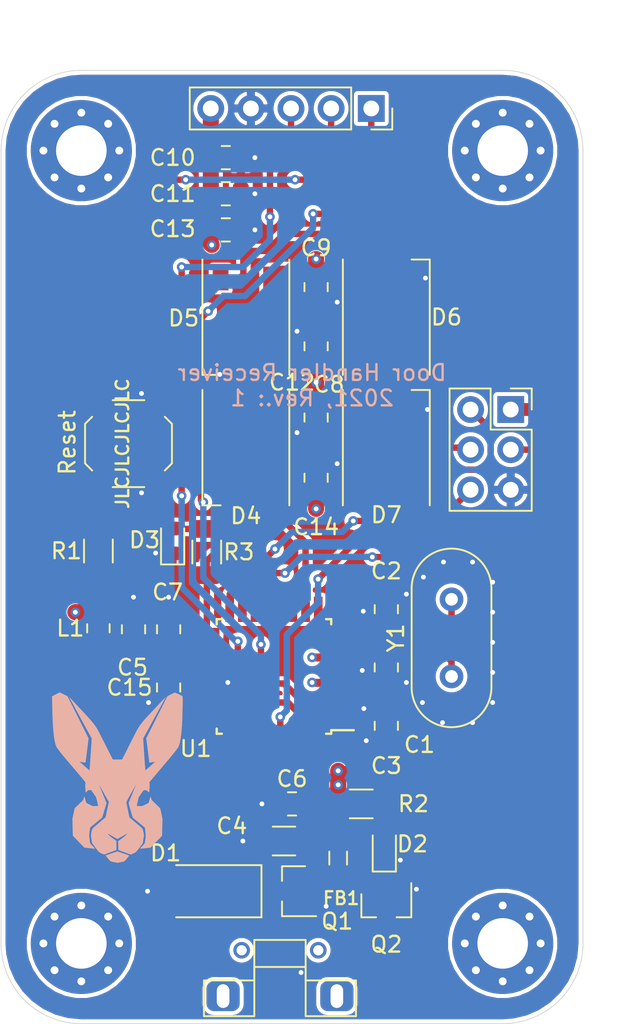
<source format=kicad_pcb>
(kicad_pcb (version 20211014) (generator pcbnew)
  (layers (0 "F.Cu" signal) (1 "In1.Cu" power) (2 "In2.Cu" power) (31 "B.Cu" signal) (34 "B.Paste" user) (35 "F.Paste" user) (36 "B.SilkS" user "B.Silkscreen") (37 "F.SilkS" user "F.Silkscreen") (38 "B.Mask" user) (39 "F.Mask" user) (44 "Edge.Cuts" user))
  (net 0 "")
  (net 1 "GND")
  (net 2 "XTAL1")
  (net 3 "XTAL2")
  (net 4 "+5V")
  (net 5 "+5VA")
  (net 6 "AREF")
  (net 7 "Net-(D1-Pad1)")
  (net 8 "Net-(D2-Pad2)")
  (net 9 "Net-(D3-Pad2)")
  (net 10 "Net-(D4-Pad2)")
  (net 11 "D6")
  (net 12 "Net-(D5-Pad2)")
  (net 13 "Net-(D6-Pad2)")
  (net 14 "Net-(D7-Pad2)")
  (net 15 "Net-(FB1-Pad2)")
  (net 16 "!RESET")
  (net 17 "D13")
  (net 18 "D11")
  (net 19 "D12")
  (net 20 "VCC")
  (net 21 "D1")
  (net 22 "D0")
  (net 23 "D2")
  (net 24 "Net-(U1-Pad28)")
  (net 25 "Net-(U1-Pad27)")
  (net 26 "Net-(U1-Pad26)")
  (net 27 "Net-(U1-Pad25)")
  (net 28 "Net-(U1-Pad24)")
  (net 29 "Net-(U1-Pad23)")
  (net 30 "Net-(U1-Pad22)")
  (net 31 "Net-(U1-Pad19)")
  (net 32 "Net-(U1-Pad14)")
  (net 33 "Net-(U1-Pad13)")
  (net 34 "Net-(U1-Pad12)")
  (net 35 "Net-(U1-Pad11)")
  (net 36 "Net-(U1-Pad9)")
  (net 37 "Net-(U1-Pad2)")
  (net 38 "Net-(U1-Pad1)")
  (net 39 "Net-(J1-Pad2)")
  (net 40 "Net-(J1-Pad3)")
  (net 41 "Net-(J1-Pad4)")
  (footprint "Capacitor_SMD:C_0805_2012Metric" (layer "F.Cu") (at 152.654 97.4725 -90)
    (fp_text reference "C1")
    (fp_text value "20pF")
  )
  (footprint "Capacitor_SMD:C_0805_2012Metric" (layer "F.Cu") (at 152.654 93.7895 90)
    (fp_text reference "C2")
    (fp_text value "20pF")
  )
  (footprint "Capacitor_SMD:C_0805_2012Metric" (layer "F.Cu") (at 152.654 101.1682 -90)
    (fp_text reference "C3")
    (fp_text value "0.1uF")
  )
  (footprint "Capacitor_SMD:C_1206_3216Metric" (layer "F.Cu") (at 146.177 108.458 180)
    (fp_text reference "C4")
    (fp_text value "10uF")
  )
  (footprint "Capacitor_SMD:C_0805_2012Metric" (layer "F.Cu") (at 136.652 95.0595 90)
    (fp_text reference "C5")
    (fp_text value "1uF")
  )
  (footprint "Capacitor_SMD:C_0805_2012Metric" (layer "F.Cu") (at 146.685 106.1085 180)
    (fp_text reference "C6")
    (fp_text value "0.1uF")
  )
  (footprint "Capacitor_SMD:C_0805_2012Metric" (layer "F.Cu") (at 138.8745 95.0595 90)
    (fp_text reference "C7")
    (fp_text value "0.1uF")
  )
  (footprint "Capacitor_SMD:C_0805_2012Metric" (layer "F.Cu") (at 148.209 81.661 -90)
    (fp_text reference "C8")
    (fp_text value "0.1uF")
  )
  (footprint "Capacitor_SMD:C_0805_2012Metric" (layer "F.Cu") (at 142.494 65.2145)
    (fp_text reference "C10")
    (fp_text value "22uF")
  )
  (footprint "Capacitor_SMD:C_0805_2012Metric" (layer "F.Cu") (at 142.494 67.5005)
    (fp_text reference "C11")
    (fp_text value "22uF")
  )
  (footprint "Capacitor_SMD:C_0805_2012Metric" (layer "F.Cu") (at 142.494 69.7865)
    (fp_text reference "C13")
    (fp_text value "22uF")
  )
  (footprint "Capacitor_SMD:C_0805_2012Metric" (layer "F.Cu") (at 148.209 85.471 90)
    (fp_text reference "C14")
    (fp_text value "0.1uF")
  )
  (footprint "Capacitor_SMD:C_0805_2012Metric" (layer "F.Cu") (at 138.8745 98.7425 -90)
    (fp_text reference "C15")
    (fp_text value "0.1uF")
  )
  (footprint "Diode_SMD:D_SMA" (layer "F.Cu") (at 141.351 111.633 180)
    (fp_text reference "D1")
    (fp_text value "TVS 5V 824501500")
  )
  (footprint "LED_SMD:LED_0603_1608Metric" (layer "F.Cu") (at 152.527 108.9025 90)
    (fp_text reference "D2")
    (fp_text value "Power LED")
  )
  (footprint "LED_SMD:LED_0603_1608Metric" (layer "F.Cu") (at 139.1285 89.4715 90)
    (fp_text reference "D3")
    (fp_text value "Status LED")
  )
  (footprint "LED_SMD:LED_WS2812B_PLCC4_5.0x5.0mm_P3.2mm" (layer "F.Cu") (at 143.764 83.566 -90)
    (fp_text reference "D4")
    (fp_text value "WS2812C")
  )
  (footprint "LED_SMD:LED_WS2812B_PLCC4_5.0x5.0mm_P3.2mm" (layer "F.Cu") (at 152.654 83.566 90)
    (fp_text reference "D7")
    (fp_text value "WS2812C")
  )
  (footprint "Inductor_SMD:L_0805_2012Metric_Pad1.05x1.20mm_HandSolder" (layer "F.Cu") (at 149.606 109.5375 -90)
    (fp_text reference "FB1")
    (fp_text value "100 FB")
  )
  (footprint "MountingHole:MountingHole_3.2mm_M3_Pad_Via" (layer "F.Cu") (at 133.35 64.77)
    (fp_text reference "H1" hide)
    (fp_text value "MountingHole")
  )
  (footprint "MountingHole:MountingHole_3.2mm_M3_Pad_Via" (layer "F.Cu") (at 133.35 114.935)
    (fp_text reference "H2" hide)
    (fp_text value "MountingHole")
  )
  (footprint "MountingHole:MountingHole_3.2mm_M3_Pad_Via" (layer "F.Cu") (at 160.02 64.77)
    (fp_text reference "H3" hide)
    (fp_text value "MountingHole")
  )
  (footprint "MountingHole:MountingHole_3.2mm_M3_Pad_Via" (layer "F.Cu") (at 160.02 114.935)
    (fp_text reference "H4" hide)
    (fp_text value "MountingHole")
  )
  (footprint "Connector_PinSocket_2.54mm:PinSocket_2x03_P2.54mm_Vertical" (layer "F.Cu") (at 160.528 81.153)
    (fp_text reference "J2" hide)
    (fp_text value "Conn_02x03_Odd_Even")
  )
  (footprint "Connector_PinSocket_2.54mm:PinSocket_1x05_P2.54mm_Vertical" (layer "F.Cu") (at 151.7015 62.103 -90)
    (fp_text reference "J3" hide)
    (fp_text value "HC-12 Connector")
  )
  (footprint "Inductor_SMD:L_0805_2012Metric_Pad1.15x1.40mm_HandSolder" (layer "F.Cu") (at 134.4295 94.996 -90)
    (fp_text reference "L1")
    (fp_text value "39nH")
  )
  (footprint "Package_TO_SOT_SMD:SOT-23" (layer "F.Cu") (at 146.812 111.633 180)
    (fp_text reference "Q1")
    (fp_text value "AO3401A")
  )
  (footprint "Package_TO_SOT_SMD:SOT-23" (layer "F.Cu") (at 152.654 112.522 -90)
    (fp_text reference "Q2")
    (fp_text value "AO3401A")
  )
  (footprint "Resistor_SMD:R_1206_3216Metric" (layer "F.Cu") (at 134.4295 90.1065 90)
    (fp_text reference "R1")
    (fp_text value "10k")
  )
  (footprint "Resistor_SMD:R_1206_3216Metric" (layer "F.Cu") (at 151.0665 106.1085 180)
    (fp_text reference "R2")
    (fp_text value "1.5k")
  )
  (footprint "Resistor_SMD:R_1206_3216Metric" (layer "F.Cu") (at 141.2875 90.17 -90)
    (fp_text reference "R3")
    (fp_text value "1.5k")
  )
  (footprint "Button_Switch_SMD:SW_SPST_TL3342" (layer "F.Cu") (at 136.3345 83.312 90)
    (fp_text reference "SW1" hide)
    (fp_text value "Reset button")
  )
  (footprint "Package_QFP:TQFP-32_7x7mm_P0.8mm" (layer "F.Cu") (at 145.542 98.044 180)
    (fp_text reference "U1")
    (fp_text value "ATmega328P-AU")
  )
  (footprint "Crystal:Crystal_HC49-U_Vertical" (layer "F.Cu") (at 156.7815 98.044 90)
    (fp_text reference "Y1")
    (fp_text value "16Mhz Crystal")
  )
  (footprint "Custom:Micro_USB_B_Female" (layer "F.Cu") (at 145.923 115.57)
    (fp_text reference "J1" hide)
    (fp_text value "USB_B_Micro_Without_Shield")
  )
  (footprint "Capacitor_SMD:C_0805_2012Metric" (layer "F.Cu") (at 148.209 73.406 -90)
    (fp_text reference "C9")
    (fp_text value "0.1uF")
  )
  (footprint "Capacitor_SMD:C_0805_2012Metric" (layer "F.Cu") (at 148.209 77.155 90)
    (fp_text reference "C12")
    (fp_text value "0.1uF")
  )
  (footprint "LED_SMD:LED_WS2812B_PLCC4_5.0x5.0mm_P3.2mm" (layer "F.Cu") (at 143.764 75.311 -90)
    (fp_text reference "D5")
    (fp_text value "WS2812C")
  )
  (footprint "LED_SMD:LED_WS2812B_PLCC4_5.0x5.0mm_P3.2mm" (layer "F.Cu") (at 152.654 75.311 90)
    (fp_text reference "D6")
    (fp_text value "WS2812C")
  )
  (footprint "Custom:JLCPCB_Order_Number" (layer "F.Cu") (at 135.9535 83.312 -90)
    (fp_text reference "REF**" hide)
    (fp_text value "JLCPCB_Order_Number")
  )
  (footprint "Custom:RabbitLogo_12.5x13.5" (layer "B.Cu") (at 135.636 104.267 180)
    (fp_text reference "G***" hide)
    (fp_text value "LOGO" hide)
  )
  (gr_line (start 160.02 59.69) (end 133.35 59.69) (layer "Edge.Cuts") (width 0.05))
  (gr_line (start 165.1 114.935) (end 165.1 64.77) (layer "Edge.Cuts") (width 0.05))
  (gr_arc (start 133.35 120.015) (mid 129.757898 118.527102) (end 128.27 114.935) (layer "Edge.Cuts") (width 0.05))
  (gr_arc (start 160.02 59.69) (mid 163.612102 61.177898) (end 165.1 64.77) (layer "Edge.Cuts") (width 0.05))
  (gr_arc (start 165.1 114.935) (mid 163.612102 118.527102) (end 160.02 120.015) (layer "Edge.Cuts") (width 0.05))
  (gr_line (start 128.27 64.77) (end 128.27 114.935) (layer "Edge.Cuts") (width 0.05))
  (gr_arc (start 128.27 64.77) (mid 129.757898 61.177898) (end 133.35 59.69) (layer "Edge.Cuts") (width 0.05))
  (gr_line (start 133.35 120.015) (end 160.02 120.015) (layer "Edge.Cuts") (width 0.05))
  (gr_text "Door Handler Receiver\n2021, Rev.: 1" (at 147.955 79.629) (layer "B.SilkS") (effects (font (size 1 1)) (justify mirror)))
  (gr_text "Reset" (at 132.461 83.2485 90) (layer "F.SilkS") (effects (font (size 1 1))))
  (segment (start 149.792 99.244) (end 150.7044 99.244) (width 0.4064) (layer "F.Cu") (net 1))
  (segment (start 150.7044 99.244) (end 151.2316 99.7712) (width 0.4064) (layer "F.Cu") (net 1))
  (segment (start 151.2316 99.7712) (end 151.2316 100.076) (width 0.4064) (layer "F.Cu") (net 1))
  (via (at 151.2316 100.076) (size 0.6096) (drill 0.3048) (layers "F.Cu" "B.Cu") (net 1))
  (via (at 159.385 99.695) (size 0.6096) (drill 0.3048) (layers "F.Cu" "B.Cu") (net 1))
  (via (at 151.1935 93.9165) (size 0.6096) (drill 0.3048) (layers "F.Cu" "B.Cu") (net 1))
  (via (at 154.94 99.695) (size 0.6096) (drill 0.3048) (layers "F.Cu" "B.Cu") (net 1))
  (via (at 158.115 100.965) (size 0.6096) (drill 0.3048) (layers "F.Cu" "B.Cu") (net 1))
  (via (at 137.541 111.633) (size 0.6096) (drill 0.3048) (layers "F.Cu" "B.Cu") (net 1))
  (via (at 154.559 111.506) (size 0.6096) (drill 0.3048) (layers "F.Cu" "B.Cu") (net 1))
  (via (at 148.844 112.5855) (size 0.6096) (drill 0.3048) (layers "F.Cu" "B.Cu") (net 1))
  (via (at 147.2565 116.7765) (size 0.6096) (drill 0.3048) (layers "F.Cu" "B.Cu") (net 1))
  (via (at 153.924 98.425) (size 0.6096) (drill 0.3048) (layers "F.Cu" "B.Cu") (net 1))
  (via (at 159.385 93.98) (size 0.6096) (drill 0.3048) (layers "F.Cu" "B.Cu") (net 1))
  (via (at 159.385 95.885) (size 0.6096) (drill 0.3048) (layers "F.Cu" "B.Cu") (net 1))
  (via (at 144.3355 67.5005) (size 0.6096) (drill 0.3048) (layers "F.Cu" "B.Cu") (net 1))
  (via (at 151.384 102.108) (size 0.6096) (drill 0.3048) (layers "F.Cu" "B.Cu") (net 1))
  (via (at 147.0025 82.6135) (size 0.6096) (drill 0.3048) (layers "F.Cu" "B.Cu") (net 1))
  (via (at 143.5735 108.458) (size 0.6096) (drill 0.3048) (layers "F.Cu" "B.Cu") (net 1))
  (via (at 151.13 97.663) (size 0.6096) (drill 0.3048) (layers "F.Cu" "B.Cu") (net 1))
  (via (at 137.16 80.137) (size 0.6096) (drill 0.3048) (layers "F.Cu" "B.Cu") (net 1))
  (via (at 138.8745 93.0275) (size 0.6096) (drill 0.3048) (layers "F.Cu" "B.Cu") (net 1))
  (via (at 149.5425 74.3585) (size 0.6096) (drill 0.3048) (layers "F.Cu" "B.Cu") (net 1))
  (via (at 159.385 97.79) (size 0.6096) (drill 0.3048) (layers "F.Cu" "B.Cu") (net 1))
  (via (at 142.621 98.425) (size 0.6096) (drill 0.3048) (layers "F.Cu" "B.Cu") (net 1))
  (via (at 138.049 90.2335) (size 0.6096) (drill 0.3048) (layers "F.Cu" "B.Cu") (net 1))
  (via (at 144.3355 65.2145) (size 0.6096) (drill 0.3048) (layers "F.Cu" "B.Cu") (net 1))
  (via (at 149.5425 84.582) (size 0.6096) (drill 0.3048) (layers "F.Cu" "B.Cu") (net 1))
  (via (at 137.6045 99.695) (size 0.6096) (drill 0.3048) (layers "F.Cu" "B.Cu") (net 1))
  (via (at 142.113 78.9305) (size 0.6096) (drill 0.3048) (layers "F.Cu" "B.Cu") (net 1))
  (via (at 153.924 92.837) (size 0.6096) (drill 0.3048) (layers "F.Cu" "B.Cu") (net 1))
  (via (at 155.1305 72.8345) (size 0.6096) (drill 0.3048) (layers "F.Cu" "B.Cu") (net 1))
  (via (at 147.0025 76.2) (size 0.6096) (drill 0.3048) (layers "F.Cu" "B.Cu") (net 1))
  (via (at 155.2575 81.153) (size 0.6096) (drill 0.3048) (layers "F.Cu" "B.Cu") (net 1))
  (via (at 144.78 106.1085) (size 0.6096) (drill 0.3048) (layers "F.Cu" "B.Cu") (net 1))
  (via (at 137.16 86.4235) (size 0.6096) (drill 0.3048) (layers "F.Cu" "B.Cu") (net 1))
  (via (at 159.385 92.075) (size 0.6096) (drill 0.3048) (layers "F.Cu" "B.Cu") (net 1))
  (via (at 158.115 90.805) (size 0.6096) (drill 0.3048) (layers "F.Cu" "B.Cu") (net 1))
  (via (at 156.21 100.965) (size 0.6096) (drill 0.3048) (layers "F.Cu" "B.Cu") (net 1))
  (via (at 144.3355 69.7865) (size 0.6096) (drill 0.3048) (layers "F.Cu" "B.Cu") (net 1))
  (via (at 155.0035 91.7575) (size 0.6096) (drill 0.3048) (layers "F.Cu" "B.Cu") (net 1))
  (via (at 156.2735 90.805) (size 0.6096) (drill 0.3048) (layers "F.Cu" "B.Cu") (net 1))
  (via (at 153.543 109.6645) (size 0.6096) (drill 0.3048) (layers "F.Cu" "B.Cu") (net 1))
  (via (at 136.652 93.0275) (size 0.6096) (drill 0.3048) (layers "F.Cu" "B.Cu") (net 1))
  (segment (start 156.7815 97.0915) (end 156.7815 98.044) (width 0.4064) (layer "F.Cu") (net 2))
  (segment (start 156.2125 96.5225) (end 156.7815 97.0915) (width 0.4064) (layer "F.Cu") (net 2))
  (segment (start 149.792 96.044) (end 152.1755 96.044) (width 0.4064) (layer "F.Cu") (net 2))
  (segment (start 152.654 96.5225) (end 156.2125 96.5225) (width 0.4064) (layer "F.Cu") (net 2))
  (segment (start 152.1755 96.044) (end 152.654 96.5225) (width 0.4064) (layer "F.Cu") (net 2))
  (segment (start 149.792 95.244) (end 152.1495 95.244) (width 0.4064) (layer "F.Cu") (net 3))
  (segment (start 152.654 94.7395) (end 156.3395 94.7395) (width 0.4064) (layer "F.Cu") (net 3))
  (segment (start 152.1495 95.244) (end 152.654 94.7395) (width 0.4064) (layer "F.Cu") (net 3))
  (segment (start 156.7815 94.2975) (end 156.7815 93.164) (width 0.4064) (layer "F.Cu") (net 3))
  (segment (start 156.3395 94.7395) (end 156.7815 94.2975) (width 0.4064) (layer "F.Cu") (net 3))
  (segment (start 154.1526 104.013) (end 154.7495 103.4161) (width 0.6096) (layer "F.Cu") (net 4))
  (segment (start 141.544 62.1055) (end 141.5415 62.103) (width 1.016) (layer "F.Cu") (net 4))
  (segment (start 134.4295 93.971) (end 134.4295 91.569) (width 1.016) (layer "F.Cu") (net 4))
  (segment (start 141.544 67.5005) (end 141.544 65.2145) (width 1.016) (layer "F.Cu") (net 4))
  (segment (start 150.71 78.105) (end 151.054 77.761) (width 1.016) (layer "F.Cu") (net 4))
  (segment (start 152.654 100.2182) (end 152.654 100.203) (width 0.508) (layer "F.Cu") (net 4))
  (segment (start 149.604 104.904) (end 149.606 104.902) (width 1.016) (layer "F.Cu") (net 4))
  (segment (start 147.974 98.444) (end 147.955 98.425) (width 0.508) (layer "F.Cu") (net 4))
  (segment (start 148.209 72.456) (end 145.769 72.456) (width 0.8128) (layer "F.Cu") (net 4))
  (segment (start 148.209 86.421) (end 150.649 86.421) (width 1.016) (layer "F.Cu") (net 4))
  (segment (start 154.7495 100.711) (end 154.2567 100.2182) (width 0.6096) (layer "F.Cu") (net 4))
  (segment (start 141.605 70.739) (end 141.544 70.678) (width 1.016) (layer "F.Cu") (net 4))
  (segment (start 149.606 104.013) (end 149.606 104.902) (width 1.016) (layer "F.Cu") (net 4))
  (segment (start 147.9615 96.844) (end 147.955 96.8375) (width 0.508) (layer "F.Cu") (net 4))
  (segment (start 132.978 93.971) (end 134.4295 93.971) (width 1.016) (layer "F.Cu") (net 4))
  (segment (start 141.544 69.7865) (end 141.544 67.5005) (width 1.016) (layer "F.Cu") (net 4))
  (segment (start 149.792 98.444) (end 147.974 98.444) (width 0.508) (layer "F.Cu") (net 4))
  (segment (start 141.544 70.678) (end 141.544 69.7865) (width 1.016) (layer "F.Cu") (net 4))
  (segment (start 149.606 104.013) (end 154.1526 104.013) (width 0.6096) (layer "F.Cu") (net 4))
  (segment (start 148.209 79.4385) (end 148.209 80.711) (width 1.016) (layer "F.Cu") (net 4))
  (segment (start 154.7495 103.4161) (end 154.7495 100.711) (width 0.6096) (layer "F.Cu") (net 4))
  (segment (start 141.544 65.2145) (end 141.544 62.1055) (width 1.016) (layer "F.Cu") (net 4))
  (segment (start 154.2567 100.2182) (end 152.654 100.2182) (width 0.6096) (layer "F.Cu") (net 4))
  (segment (start 150.649 86.421) (end 151.054 86.016) (width 1.016) (layer "F.Cu") (net 4))
  (segment (start 149.606 108.3875) (end 147.7225 108.3875) (width 1.016) (layer "F.Cu") (net 4))
  (segment (start 147.7225 108.3875) (end 147.652 108.458) (width 1.016) (layer "F.Cu") (net 4))
  (segment (start 147.652 108.458) (end 147.652 106.1255) (width 1.016) (layer "F.Cu") (net 4))
  (segment (start 145.769 72.456) (end 145.364 72.861) (width 0.8128) (layer "F.Cu") (net 4))
  (segment (start 132.969 93.98) (end 132.978 93.971) (width 1.016) (layer "F.Cu") (net 4))
  (segment (start 150.895 98.444) (end 149.792 98.444) (width 0.508) (layer "F.Cu") (net 4))
  (segment (start 148.209 78.105) (end 150.71 78.105) (width 1.016) (layer "F.Cu") (net 4))
  (segment (start 152.654 100.203) (end 150.895 98.444) (width 0.508) (layer "F.Cu") (net 4))
  (segment (start 148.209 80.711) (end 145.769 80.711) (width 1.016) (layer "F.Cu") (net 4))
  (segment (start 148.209 79.4385) (end 148.209 78.105) (width 1.016) (layer "F.Cu") (net 4))
  (segment (start 145.769 80.711) (end 145.364 81.116) (width 1.016) (layer "F.Cu") (net 4))
  (segment (start 147.652 106.1255) (end 147.635 106.1085) (width 1.016) (layer "F.Cu") (net 4))
  (segment (start 149.606 108.3875) (end 149.606 106.1105) (width 1.016) (layer "F.Cu") (net 4))
  (segment (start 149.606 106.1105) (end 149.604 106.1085) (width 1.016) (layer "F.Cu") (net 4))
  (segment (start 148.209 71.628) (end 148.209 72.456) (width 1.016) (layer "F.Cu") (net 4))
  (segment (start 149.792 96.844) (end 147.9615 96.844) (width 0.508) (layer "F.Cu") (net 4))
  (segment (start 147.635 106.1085) (end 149.604 106.1085) (width 1.016) (layer "F.Cu") (net 4))
  (segment (start 149.604 106.1085) (end 149.604 104.904) (width 1.016) (layer "F.Cu") (net 4))
  (segment (start 148.209 87.4395) (end 148.209 86.421) (width 1.016) (layer "F.Cu") (net 4))
  (via (at 132.969 93.98) (size 0.6096) (drill 0.3048) (layers "F.Cu" "B.Cu") (net 4))
  (via (at 147.955 96.8375) (size 0.6096) (drill 0.3048) (layers "F.Cu" "B.Cu") (net 4))
  (via (at 148.209 79.4385) (size 0.6096) (drill 0.3048) (layers "F.Cu" "B.Cu") (net 4))
  (via (at 147.955 98.425) (size 0.6096) (drill 0.3048) (layers "F.Cu" "B.Cu") (net 4))
  (via (at 149.606 104.013) (size 0.6096) (drill 0.3048) (layers "F.Cu" "B.Cu") (net 4))
  (via (at 149.606 104.902) (size 0.6096) (drill 0.3048) (layers "F.Cu" "B.Cu") (net 4))
  (via (at 148.209 87.4395) (size 0.6096) (drill 0.3048) (layers "F.Cu" "B.Cu") (net 4))
  (via (at 141.605 70.739) (size 0.6096) (drill 0.3048) (layers "F.Cu" "B.Cu") (net 4))
  (via (at 148.209 71.628) (size 0.6096) (drill 0.3048) (layers "F.Cu" "B.Cu") (net 4))
  (segment (start 138.8745 96.0095) (end 136.652 96.0095) (width 0.4064) (layer "F.Cu") (net 5))
  (segment (start 138.909 96.044) (end 138.8745 96.0095) (width 0.4064) (layer "F.Cu") (net 5))
  (segment (start 141.292 96.044) (end 138.909 96.044) (width 0.4064) (layer "F.Cu") (net 5))
  (segment (start 136.652 96.0095) (end 134.441 96.0095) (width 0.4064) (layer "F.Cu") (net 5))
  (segment (start 134.441 96.0095) (end 134.4295 96.021) (width 0.4064) (layer "F.Cu") (net 5))
  (segment (start 139.023 97.644) (end 138.8745 97.7925) (width 0.4064) (layer "F.Cu") (net 6))
  (segment (start 141.292 97.644) (end 139.023 97.644) (width 0.4064) (layer "F.Cu") (net 6))
  (segment (start 152.527 106.1105) (end 152.529 106.1085) (width 1.016) (layer "F.Cu") (net 8))
  (segment (start 152.527 108.115) (end 152.527 106.1105) (width 1.016) (layer "F.Cu") (net 8))
  (segment (start 139.152 88.7075) (end 139.1285 88.684) (width 0.4064) (layer "F.Cu") (net 9))
  (segment (start 141.2875 88.7075) (end 139.152 88.7075) (width 0.4064) (layer "F.Cu") (net 9))
  (segment (start 142.164 81.116) (end 143.039 81.116) (width 0.4064) (layer "F.Cu") (net 10))
  (segment (start 144.235 77.761) (end 145.364 77.761) (width 0.4064) (layer "F.Cu") (net 10))
  (segment (start 143.039 81.116) (end 143.764 80.391) (width 0.4064) (layer "F.Cu") (net 10))
  (segment (start 143.764 80.391) (end 143.764 78.232) (width 0.4064) (layer "F.Cu") (net 10))
  (segment (start 143.764 78.232) (end 144.235 77.761) (width 0.4064) (layer "F.Cu") (net 10))
  (segment (start 147.542 89.5665) (end 147.542 93.794) (width 0.4064) (layer "F.Cu") (net 11))
  (segment (start 145.364 86.016) (end 145.364 87.3885) (width 0.4064) (layer "F.Cu") (net 11))
  (segment (start 145.364 87.3885) (end 147.542 89.5665) (width 0.4064) (layer "F.Cu") (net 11))
  (segment (start 149.86 70.0405) (end 151.054 71.2345) (width 0.4064) (layer "F.Cu") (net 12))
  (segment (start 144.145 71.12) (end 145.0975 71.12) (width 0.4064) (layer "F.Cu") (net 12))
  (segment (start 151.054 71.2345) (end 151.054 72.861) (width 0.4064) (layer "F.Cu") (net 12))
  (segment (start 143.3565 72.861) (end 143.60525 72.61225) (width 0.4064) (layer "F.Cu") (net 12))
  (segment (start 142.164 72.861) (end 143.3565 72.861) (width 0.4064) (layer "F.Cu") (net 12))
  (segment (start 143.60525 71.65975) (end 144.145 71.12) (width 0.4064) (layer "F.Cu") (net 12))
  (segment (start 145.0975 71.12) (end 146.177 70.0405) (width 0.4064) (layer "F.Cu") (net 12))
  (segment (start 146.177 70.0405) (end 149.86 70.0405) (width 0.4064) (layer "F.Cu") (net 12))
  (segment (start 143.60525 72.61225) (end 143.60525 71.65975) (width 0.4064) (layer "F.Cu") (net 12))
  (segment (start 152.527 78.105) (end 152.871 77.761) (width 0.4064) (layer "F.Cu") (net 13))
  (segment (start 152.056 81.116) (end 152.527 80.645) (width 0.4064) (layer "F.Cu") (net 13))
  (segment (start 151.054 81.116) (end 152.056 81.116) (width 0.4064) (layer "F.Cu") (net 13))
  (segment (start 152.871 77.761) (end 154.254 77.761) (width 0.4064) (layer "F.Cu") (net 13))
  (segment (start 152.527 80.645) (end 152.527 78.105) (width 0.4064) (layer "F.Cu") (net 13))
  (segment (start 149.606 110.6875) (end 147.8165 110.6875) (width 1.016) (layer "F.Cu") (net 15))
  (segment (start 147.8165 110.6875) (end 147.812 110.683) (width 1.016) (layer "F.Cu") (net 15))
  (segment (start 151.704 111.522) (end 150.4405 111.522) (width 1.016) (layer "F.Cu") (net 15))
  (segment (start 150.4405 111.522) (end 149.606 110.6875) (width 1.016) (layer "F.Cu") (net 15))
  (segment (start 134.4345 86.462) (end 134.4345 80.162) (width 0.4064) (layer "F.Cu") (net 16))
  (segment (start 145.942 102.294) (end 145.942 100.603) (width 0.4064) (layer "F.Cu") (net 16))
  (segment (start 132.6535 88.644) (end 131.3815 89.916) (width 0.4064) (layer "F.Cu") (net 16))
  (segment (start 155.3845 88.8365) (end 157.988 86.233) (width 0.4064) (layer "F.Cu") (net 16))
  (segment (start 134.4295 86.467) (end 134.4345 86.462) (width 0.4064) (layer "F.Cu") (net 16))
  (segment (start 134.5565 103.505) (end 145.669 103.505) (width 0.4064) (layer "F.Cu") (net 16))
  (segment (start 145.942 103.232) (end 145.942 102.294) (width 0.4064) (layer "F.Cu") (net 16))
  (segment (start 151.384 88.8365) (end 155.3845 88.8365) (width 0.4064) (layer "F.Cu") (net 16))
  (segment (start 131.3815 100.33) (end 134.5565 103.505) (width 0.4064) (layer "F.Cu") (net 16))
  (segment (start 145.669 103.505) (end 145.942 103.232) (width 0.4064) (layer "F.Cu") (net 16))
  (segment (start 134.4295 88.644) (end 134.4295 86.467) (width 0.4064) (layer "F.Cu") (net 16))
  (segment (start 134.4295 88.644) (end 132.6535 88.644) (width 0.4064) (layer "F.Cu") (net 16))
  (segment (start 131.3815 89.916) (end 131.3815 100.33) (width 0.4064) (layer "F.Cu") (net 16))
  (segment (start 148.336 91.8845) (end 151.384 88.8365) (width 0.4064) (layer "F.Cu") (net 16))
  (via (at 145.942 100.603) (size 0.6096) (drill 0.3048) (layers "F.Cu" "B.Cu") (net 16))
  (via (at 148.336 91.8845) (size 0.6096) (drill 0.3048) (layers "F.Cu" "B.Cu") (net 16))
  (segment (start 146.3548 100.1902) (end 145.942 100.603) (width 0.4064) (layer "B.Cu") (net 16))
  (segment (start 148.336 93.4085) (end 146.3548 95.3897) (width 0.4064) (layer "B.Cu") (net 16))
  (segment (start 146.3548 95.3897) (end 146.3548 100.1902) (width 0.4064) (layer "B.Cu") (net 16))
  (segment (start 148.336 91.8845) (end 148.336 93.4085) (width 0.4064) (layer "B.Cu") (net 16))
  (segment (start 141.292 95.244) (end 141.292 91.637) (width 0.4064) (layer "F.Cu") (net 17))
  (segment (start 144.2085 83.566) (end 157.861 83.566) (width 0.4064) (layer "F.Cu") (net 17))
  (segment (start 141.6685 90.3605) (end 142.748 90.3605) (width 0.4064) (layer "F.Cu") (net 17))
  (segment (start 143.637 89.4715) (end 143.637 84.1375) (width 0.4064) (layer "F.Cu") (net 17))
  (segment (start 143.637 84.1375) (end 144.2085 83.566) (width 0.4064) (layer "F.Cu") (net 17))
  (segment (start 141.2875 91.6325) (end 141.2875 90.7415) (width 0.4064) (layer "F.Cu") (net 17))
  (segment (start 141.2875 90.7415) (end 141.6685 90.3605) (width 0.4064) (layer "F.Cu") (net 17))
  (segment (start 142.748 90.3605) (end 143.637 89.4715) (width 0.4064) (layer "F.Cu") (net 17))
  (segment (start 157.861 83.566) (end 157.988 83.693) (width 0.4064) (layer "F.Cu") (net 17))
  (segment (start 141.292 91.637) (end 141.2875 91.6325) (width 0.4064) (layer "F.Cu") (net 17))
  (segment (start 146.2405 91.5035) (end 144.9705 91.5035) (width 0.4064) (layer "F.Cu") (net 18))
  (segment (start 144.9705 91.5035) (end 143.542 92.932) (width 0.4064) (layer "F.Cu") (net 18))
  (segment (start 161.671 83.693) (end 160.528 83.693) (width 0.4064) (layer "F.Cu") (net 18))
  (segment (start 155.47975 90.4875) (end 157.06725 88.9) (width 0.4064) (layer "F.Cu") (net 18))
  (segment (start 151.765 90.4875) (end 155.47975 90.4875) (width 0.4064) (layer "F.Cu") (net 18))
  (segment (start 161.3535 88.9) (end 162.1155 88.138) (width 0.4064) (layer "F.Cu") (net 18))
  (segment (start 162.1155 88.138) (end 162.1155 84.1375) (width 0.4064) (layer "F.Cu") (net 18))
  (segment (start 162.1155 84.1375) (end 161.671 83.693) (width 0.4064) (layer "F.Cu") (net 18))
  (segment (start 143.542 92.932) (end 143.542 93.794) (width 0.4064) (layer "F.Cu") (net 18))
  (segment (start 157.06725 88.9) (end 161.3535 88.9) (width 0.4064) (layer "F.Cu") (net 18))
  (via (at 146.2405 91.5035) (size 0.6096) (drill 0.3048) (layers "F.Cu" "B.Cu") (net 18))
  (via (at 151.765 90.4875) (size 0.6096) (drill 0.3048) (layers "F.Cu" "B.Cu") (net 18))
  (segment (start 151.7523 90.4748) (end 147.2692 90.4748) (width 0.4064) (layer "B.Cu") (net 18))
  (segment (start 147.2692 90.4748) (end 146.2405 91.5035) (width 0.4064) (layer "B.Cu") (net 18))
  (segment (start 151.765 90.4875) (end 151.7523 90.4748) (width 0.4064) (layer "B.Cu") (net 18))
  (segment (start 156.845 84.963) (end 158.877 84.963) (width 0.4064) (layer "F.Cu") (net 19))
  (segment (start 155.1305 88.2015) (end 156.4005 86.9315) (width 0.4064) (layer "F.Cu") (net 19))
  (segment (start 159.258 82.423) (end 157.988 81.153) (width 0.4064) (layer "F.Cu") (net 19))
  (segment (start 156.4005 86.9315) (end 156.4005 85.4075) (width 0.4064) (layer "F.Cu") (net 19))
  (segment (start 151.9555 88.2015) (end 155.1305 88.2015) (width 0.4064) (layer "F.Cu") (net 19))
  (segment (start 145.6055 89.9795) (end 142.742 92.843) (width 0.4064) (layer "F.Cu") (net 19))
  (segment (start 156.4005 85.4075) (end 156.845 84.963) (width 0.4064) (layer "F.Cu") (net 19))
  (segment (start 150.5585 88.2015) (end 151.9555 88.2015) (width 0.4064) (layer "F.Cu") (net 19))
  (segment (start 158.877 84.963) (end 159.258 84.582) (width 0.4064) (layer "F.Cu") (net 19))
  (segment (start 151.9555 88.2015) (end 152.019 88.2015) (width 0.4064) (layer "F.Cu") (net 19))
  (segment (start 142.742 92.843) (end 142.742 93.794) (width 0.4064) (layer "F.Cu") (net 19))
  (segment (start 159.258 84.582) (end 159.258 82.423) (width 0.4064) (layer "F.Cu") (net 19))
  (via (at 150.5585 88.2015) (size 0.6096) (drill 0.3048) (layers "F.Cu" "B.Cu") (net 19))
  (via (at 145.6055 89.9795) (size 0.6096) (drill 0.3048) (layers "F.Cu" "B.Cu") (net 19))
  (segment (start 146.685 88.9) (end 149.86 88.9) (width 0.4064) (layer "B.Cu") (net 19))
  (segment (start 149.86 88.9) (end 150.5585 88.2015) (width 0.4064) (layer "B.Cu") (net 19))
  (segment (start 145.6055 89.9795) (end 146.685 88.9) (width 0.4064) (layer "B.Cu") (net 19))
  (segment (start 162.179 103.0605) (end 163.7665 101.473) (width 0.8128) (layer "F.Cu") (net 20))
  (segment (start 155.6385 109.601) (end 157.226 108.0135) (width 0.8128) (layer "F.Cu") (net 20))
  (segment (start 157.226 108.0135) (end 157.226 104.4575) (width 0.8128) (layer "F.Cu") (net 20))
  (segment (start 163.7665 101.473) (end 163.7665 82.423) (width 0.8128) (layer "F.Cu") (net 20))
  (segment (start 163.7665 82.423) (end 162.4965 81.153) (width 0.8128) (layer "F.Cu") (net 20))
  (segment (start 152.654 113.522) (end 154.829 113.522) (width 0.8128) (layer "F.Cu") (net 20))
  (segment (start 162.4965 81.153) (end 160.528 81.153) (width 0.8128) (layer "F.Cu") (net 20))
  (segment (start 157.226 104.4575) (end 158.623 103.0605) (width 0.8128) (layer "F.Cu") (net 20))
  (segment (start 155.6385 112.7125) (end 155.6385 109.601) (width 0.8128) (layer "F.Cu") (net 20))
  (segment (start 158.623 103.0605) (end 162.179 103.0605) (width 0.8128) (layer "F.Cu") (net 20))
  (segment (start 154.829 113.522) (end 155.6385 112.7125) (width 0.8128) (layer "F.Cu") (net 20))
  (segment (start 139.7 73.406) (end 139.7 72.136) (width 0.4064) (layer "F.Cu") (net 21))
  (segment (start 146.6215 64.7065) (end 146.6215 62.103) (width 0.4064) (layer "F.Cu") (net 21))
  (segment (start 143.4465 98.806) (end 144.3355 99.695) (width 0.4064) (layer "F.Cu") (net 21))
  (segment (start 143.4465 97.0915) (end 143.4465 98.806) (width 0.4064) (layer "F.Cu") (net 21))
  (segment (start 146.431 99.695) (end 147.542 100.806) (width 0.4064) (layer "F.Cu") (net 21))
  (segment (start 145.288 66.04) (end 146.6215 64.7065) (width 0.4064) (layer "F.Cu") (net 21))
  (segment (start 145.288 68.961) (end 145.288 66.04) (width 0.4064) (layer "F.Cu") (net 21))
  (segment (start 139.7 86.614) (end 139.7 73.406) (width 0.4064) (layer "F.Cu") (net 21))
  (segment (start 144.3355 99.695) (end 146.431 99.695) (width 0.4064) (layer "F.Cu") (net 21))
  (segment (start 143.256 95.8215) (end 143.256 96.901) (width 0.4064) (layer "F.Cu") (net 21))
  (segment (start 143.256 96.901) (end 143.4465 97.0915) (width 0.4064) (layer "F.Cu") (net 21))
  (segment (start 147.542 100.806) (end 147.542 102.294) (width 0.4064) (layer "F.Cu") (net 21))
  (via (at 143.256 95.8215) (size 0.6096) (drill 0.3048) (layers "F.Cu" "B.Cu") (net 21))
  (via (at 139.7 86.614) (size 0.6096) (drill 0.3048) (layers "F.Cu" "B.Cu") (net 21))
  (via (at 139.7 72.136) (size 0.6096) (drill 0.3048) (layers "F.Cu" "B.Cu") (net 21))
  (via (at 145.288 68.961) (size 0.6096) (drill 0.3048) (layers "F.Cu" "B.Cu") (net 21))
  (segment (start 139.7 92.3925) (end 139.7 86.614) (width 0.4064) (layer "B.Cu") (net 21))
  (segment (start 143.5735 72.136) (end 139.7 72.136) (width 0.4064) (layer "B.Cu") (net 21))
  (segment (start 143.256 95.8215) (end 143.129 95.8215) (width 0.4064) (layer "B.Cu") (net 21))
  (segment (start 143.129 95.8215) (end 139.7 92.3925) (width 0.4064) (layer "B.Cu") (net 21))
  (segment (start 145.288 70.4215) (end 143.5735 72.136) (width 0.4064) (layer "B.Cu") (net 21))
  (segment (start 145.288 68.961) (end 145.288 70.4215) (width 0.4064) (layer "B.Cu") (net 21))
  (segment (start 146.177 104.8385) (end 133.985 104.8385) (width 0.4064) (layer "F.Cu") (net 22))
  (segment (start 139.192 66.6115) (end 139.954 66.6115) (width 0.4064) (layer "F.Cu") (net 22))
  (segment (start 146.8755 66.6115) (end 148.3995 66.6115) (width 0.4064) (layer "F.Cu") (net 22))
  (segment (start 146.742 104.2735) (end 146.177 104.8385) (width 0.4064) (layer "F.Cu") (net 22))
  (segment (start 130.1115 78.1685) (end 132.23875 76.04125) (width 0.4064) (layer "F.Cu") (net 22))
  (segment (start 148.3995 66.6115) (end 149.1615 65.8495) (width 0.4064) (layer "F.Cu") (net 22))
  (segment (start 136.74725 76.04125) (end 138.14425 74.64425) (width 0.4064) (layer "F.Cu") (net 22))
  (segment (start 132.23875 76.04125) (end 136.74725 76.04125) (width 0.4064) (layer "F.Cu") (net 22))
  (segment (start 130.1115 100.965) (end 130.1115 78.1685) (width 0.4064) (layer "F.Cu") (net 22))
  (segment (start 138.14425 74.64425) (end 138.14425 67.65925) (width 0.4064) (layer "F.Cu") (net 22))
  (segment (start 149.1615 65.8495) (end 149.1615 62.103) (width 0.4064) (layer "F.Cu") (net 22))
  (segment (start 133.985 104.8385) (end 130.1115 100.965) (width 0.4064) (layer "F.Cu") (net 22))
  (segment (start 146.742 102.294) (end 146.742 104.2735) (width 0.4064) (layer "F.Cu") (net 22))
  (segment (start 138.14425 67.65925) (end 139.192 66.6115) (width 0.4064) (layer "F.Cu") (net 22))
  (via (at 146.8755 66.6115) (size 0.6096) (drill 0.3048) (layers "F.Cu" "B.Cu") (net 22))
  (via (at 139.954 66.6115) (size 0.6096) (drill 0.3048) (layers "F.Cu" "B.Cu") (net 22))
  (segment (start 139.954 66.6115) (end 146.8755 66.6115) (width 0.4064) (layer "B.Cu") (net 22))
  (segment (start 148.342 100.6535) (end 148.342 102.294) (width 0.4064) (layer "F.Cu") (net 23))
  (segment (start 140.9192 86.868) (end 140.9192 75.3872) (width 0.4064) (layer "F.Cu") (net 23))
  (segment (start 151.7015 68.1355) (end 151.7015 62.103) (width 0.4064) (layer "F.Cu") (net 23))
  (segment (start 144.7165 96.012) (end 144.7165 97.7265) (width 0.4064) (layer "F.Cu") (net 23))
  (segment (start 140.9192 75.3872) (end 141.3764 74.93) (width 0.4064) (layer "F.Cu") (net 23))
  (segment (start 146.177 98.4885) (end 148.342 100.6535) (width 0.4064) (layer "F.Cu") (net 23))
  (segment (start 141.0716 87.0204) (end 140.9192 86.868) (width 0.4064) (layer "F.Cu") (net 23))
  (segment (start 148.0185 68.7705) (end 151.0665 68.7705) (width 0.4064) (layer "F.Cu") (net 23))
  (segment (start 151.0665 68.7705) (end 151.7015 68.1355) (width 0.4064) (layer "F.Cu") (net 23))
  (segment (start 144.7165 97.7265) (end 145.4785 98.4885) (width 0.4064) (layer "F.Cu") (net 23))
  (segment (start 145.4785 98.4885) (end 146.177 98.4885) (width 0.4064) (layer "F.Cu") (net 23))
  (via (at 148.0185 68.7705) (size 0.6096) (drill 0.3048) (layers "F.Cu" "B.Cu") (net 23))
  (via (at 144.7165 96.012) (size 0.6096) (drill 0.3048) (layers "F.Cu" "B.Cu") (net 23))
  (via (at 141.3764 74.93) (size 0.6096) (drill 0.3048) (layers "F.Cu" "B.Cu") (net 23))
  (via (at 141.0716 87.0204) (size 0.6096) (drill 0.3048) (layers "F.Cu" "B.Cu") (net 23))
  (segment (start 144.7165 95.4405) (end 144.7165 96.012) (width 0.4064) (layer "B.Cu") (net 23))
  (segment (start 148.0185 69.6595) (end 148.0185 68.7705) (width 0.4064) (layer "B.Cu") (net 23))
  (segment (start 143.7132 73.9648) (end 148.0185 69.6595) (width 0.4064) (layer "B.Cu") (net 23))
  (segment (start 141.0716 91.7956) (end 144.7165 95.4405) (width 0.4064) (layer "B.Cu") (net 23))
  (segment (start 141.3764 74.93) (end 142.3416 73.9648) (width 0.4064) (layer "B.Cu") (net 23))
  (segment (start 141.0716 87.0204) (end 141.0716 91.7956) (width 0.4064) (layer "B.Cu") (net 23))
  (segment (start 142.3416 73.9648) (end 143.7132 73.9648) (width 0.4064) (layer "B.Cu") (net 23))
  (zone (net 1) (net_name "GND") (layer "F.Cu") (connect_pads (clearance 0.254)) (min_thickness 0.254) (fill yes (thermal_gap 0.254) (thermal_bridge_width 0.508))
    (polygon (pts (xy 165.1 120.015) (xy 128.27 120.015) (xy 128.27 59.69) (xy 165.1 59.69)))
  )
  (zone (net 7) (net_name "Net-(D1-Pad1)") (layer "F.Cu") (priority 1) (connect_pads (clearance 0.254)) (min_thickness 0.254) (fill yes (thermal_gap 0) (thermal_bridge_width 2.032) (smoothing fillet) (radius 0.3556))
    (polygon (pts (xy 146.304 113.284) (xy 144.907 114.681) (xy 144.907 117.1575) (xy 141.7955 117.1575) (xy 141.7955 110.617) (xy 146.304 110.617)))
  )
  (zone (net 1) (net_name "GND") (layer "B.Cu") (connect_pads (clearance 0.254)) (min_thickness 0.254) (fill yes (thermal_gap 0.254) (thermal_bridge_width 0.508))
    (polygon (pts (xy 165.1 120.015) (xy 128.27 120.015) (xy 128.27 59.69) (xy 165.1 59.69)))
  )
)
</source>
